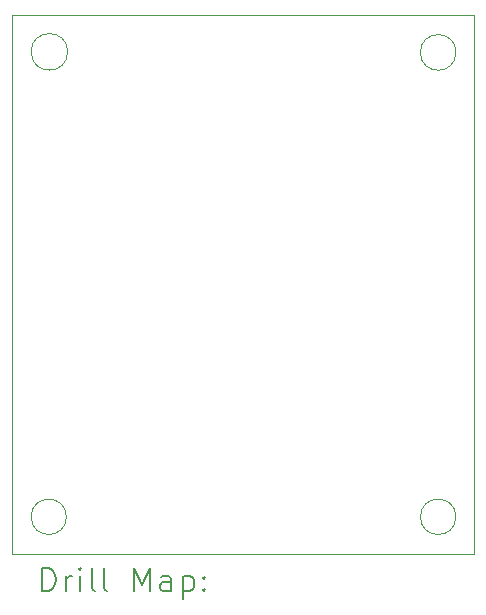
<source format=gbr>
%FSLAX45Y45*%
G04 Gerber Fmt 4.5, Leading zero omitted, Abs format (unit mm)*
G04 Created by KiCad (PCBNEW (6.0.6)) date 2023-03-25 01:52:32*
%MOMM*%
%LPD*%
G01*
G04 APERTURE LIST*
%TA.AperFunction,Profile*%
%ADD10C,0.100000*%
%TD*%
%ADD11C,0.200000*%
G04 APERTURE END LIST*
D10*
X16599051Y-10845800D02*
G75*
G03*
X16599051Y-10845800I-150011J0D01*
G01*
X16599908Y-6913880D02*
G75*
G03*
X16599908Y-6913880I-150868J0D01*
G01*
X12842240Y-11160760D02*
X16753840Y-11160760D01*
X16753840Y-11160760D02*
X16753840Y-6593840D01*
X16753840Y-6593840D02*
X12842240Y-6593840D01*
X12842240Y-6593840D02*
X12842240Y-11160760D01*
X13301614Y-10845800D02*
G75*
G03*
X13301614Y-10845800I-149494J0D01*
G01*
X13312036Y-6908800D02*
G75*
G03*
X13312036Y-6908800I-154836J0D01*
G01*
D11*
X13094859Y-11476236D02*
X13094859Y-11276236D01*
X13142478Y-11276236D01*
X13171049Y-11285760D01*
X13190097Y-11304808D01*
X13199621Y-11323855D01*
X13209145Y-11361950D01*
X13209145Y-11390522D01*
X13199621Y-11428617D01*
X13190097Y-11447665D01*
X13171049Y-11466712D01*
X13142478Y-11476236D01*
X13094859Y-11476236D01*
X13294859Y-11476236D02*
X13294859Y-11342903D01*
X13294859Y-11380998D02*
X13304383Y-11361950D01*
X13313907Y-11352427D01*
X13332954Y-11342903D01*
X13352002Y-11342903D01*
X13418668Y-11476236D02*
X13418668Y-11342903D01*
X13418668Y-11276236D02*
X13409145Y-11285760D01*
X13418668Y-11295284D01*
X13428192Y-11285760D01*
X13418668Y-11276236D01*
X13418668Y-11295284D01*
X13542478Y-11476236D02*
X13523430Y-11466712D01*
X13513907Y-11447665D01*
X13513907Y-11276236D01*
X13647240Y-11476236D02*
X13628192Y-11466712D01*
X13618668Y-11447665D01*
X13618668Y-11276236D01*
X13875811Y-11476236D02*
X13875811Y-11276236D01*
X13942478Y-11419093D01*
X14009145Y-11276236D01*
X14009145Y-11476236D01*
X14190097Y-11476236D02*
X14190097Y-11371474D01*
X14180573Y-11352427D01*
X14161526Y-11342903D01*
X14123430Y-11342903D01*
X14104383Y-11352427D01*
X14190097Y-11466712D02*
X14171049Y-11476236D01*
X14123430Y-11476236D01*
X14104383Y-11466712D01*
X14094859Y-11447665D01*
X14094859Y-11428617D01*
X14104383Y-11409569D01*
X14123430Y-11400046D01*
X14171049Y-11400046D01*
X14190097Y-11390522D01*
X14285335Y-11342903D02*
X14285335Y-11542903D01*
X14285335Y-11352427D02*
X14304383Y-11342903D01*
X14342478Y-11342903D01*
X14361526Y-11352427D01*
X14371049Y-11361950D01*
X14380573Y-11380998D01*
X14380573Y-11438141D01*
X14371049Y-11457188D01*
X14361526Y-11466712D01*
X14342478Y-11476236D01*
X14304383Y-11476236D01*
X14285335Y-11466712D01*
X14466288Y-11457188D02*
X14475811Y-11466712D01*
X14466288Y-11476236D01*
X14456764Y-11466712D01*
X14466288Y-11457188D01*
X14466288Y-11476236D01*
X14466288Y-11352427D02*
X14475811Y-11361950D01*
X14466288Y-11371474D01*
X14456764Y-11361950D01*
X14466288Y-11352427D01*
X14466288Y-11371474D01*
M02*

</source>
